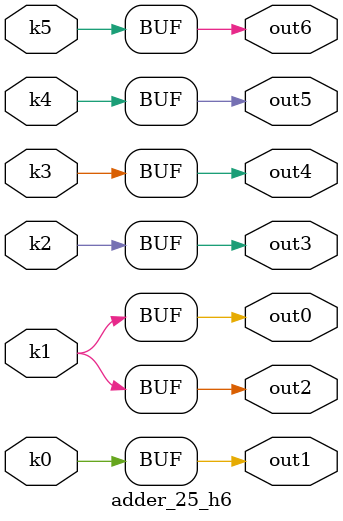
<source format=v>
module adder_25(pi00, pi01, pi02, pi03, pi04, pi05, pi06, pi07, pi08, pi09, pi10, po0, po1, po2, po3, po4, po5, po6);
input pi00, pi01, pi02, pi03, pi04, pi05, pi06, pi07, pi08, pi09, pi10;
output po0, po1, po2, po3, po4, po5, po6;
wire k0, k1, k2, k3, k4, k5;
adder_25_w6 DUT1 (pi00, pi01, pi02, pi03, pi04, pi05, pi06, pi07, pi08, pi09, pi10, k0, k1, k2, k3, k4, k5);
adder_25_h6 DUT2 (k0, k1, k2, k3, k4, k5, po0, po1, po2, po3, po4, po5, po6);
endmodule

module adder_25_w6(in10, in9, in8, in7, in6, in5, in4, in3, in2, in1, in0, k5, k4, k3, k2, k1, k0);
input in10, in9, in8, in7, in6, in5, in4, in3, in2, in1, in0;
output k5, k4, k3, k2, k1, k0;
assign k0 =   ((~in6 | ~in2) & (((~in7 | ~in3) & (((~in9 | ~in5) & ((~in1 & ((~in10 & (~in4 | ~in8)) | (in0 & ~in8))) | (in0 & ~in4))) | (~in4 & (~in8 | (~in9 & ~in5))) | (~in9 & ~in5 & ~in8))) | (~in7 & ~in3))) | (~in6 & ~in2);
assign k1 =   ((in6 ^ in2) & (((in7 | in3) & (((in9 | in5) & ((~in0 & ((in10 & (in4 | in8)) | (in1 & in8))) | (in1 & in4))) | (in4 & (in8 | (in9 & in5))) | (in9 & in5 & in8))) | (in7 & in3))) | ((~in6 ^ in2) & ((~in7 & ~in3) | ((~in7 | ~in3) & (((~in9 | ~in5) & ((~in1 & ((~in10 & (~in4 | ~in8)) | (in0 & ~in8))) | (in0 & ~in4))) | (~in4 & (~in8 | (~in9 & ~in5))) | (~in9 & ~in5 & ~in8)))));
assign k2 =   ((in7 ^ in3) & (((in9 | in5) & ((~in0 & ((in10 & (in4 | in8)) | (in1 & in8))) | (in1 & in4))) | (in4 & (in8 | (in9 & in5))) | (in9 & in5 & in8))) | ((~in7 ^ in3) & (((~in9 | ~in5) & ((~in1 & ((~in10 & (~in4 | ~in8)) | (in0 & ~in8))) | (in0 & ~in4))) | (~in4 & (~in8 | (~in9 & ~in5))) | (~in9 & ~in5 & ~in8)));
assign k3 =   ((in4 ^ in8) & ((in10 & ~in0 & (in9 | in5)) | (in9 & in5))) | (in1 & (in9 | in5) & ((in4 & ~in8) | (~in0 & ~in4 & in8))) | ((~in4 ^ in8) & ((~in9 & ~in5) | (~in10 & ~in1 & (~in9 | ~in5)))) | (in0 & (~in9 | ~in5) & ((~in4 & ~in8) | (~in1 & in4 & in8)));
assign k4 =   (~in0 & (in9 ^ in5) & (in10 | in1)) | (~in1 & (~in9 ^ in5) & (~in10 | in0));
assign k5 =   (~in10 & (in1 | in0)) | (~in1 & ~in0 & in10);
endmodule

module adder_25_h6(k5, k4, k3, k2, k1, k0, out6, out5, out4, out3, out2, out1, out0);
input k5, k4, k3, k2, k1, k0;
output out6, out5, out4, out3, out2, out1, out0;
assign out0 = k1;
assign out1 = k0;
assign out2 = k1;
assign out3 = k2;
assign out4 = k3;
assign out5 = k4;
assign out6 = k5;
endmodule

</source>
